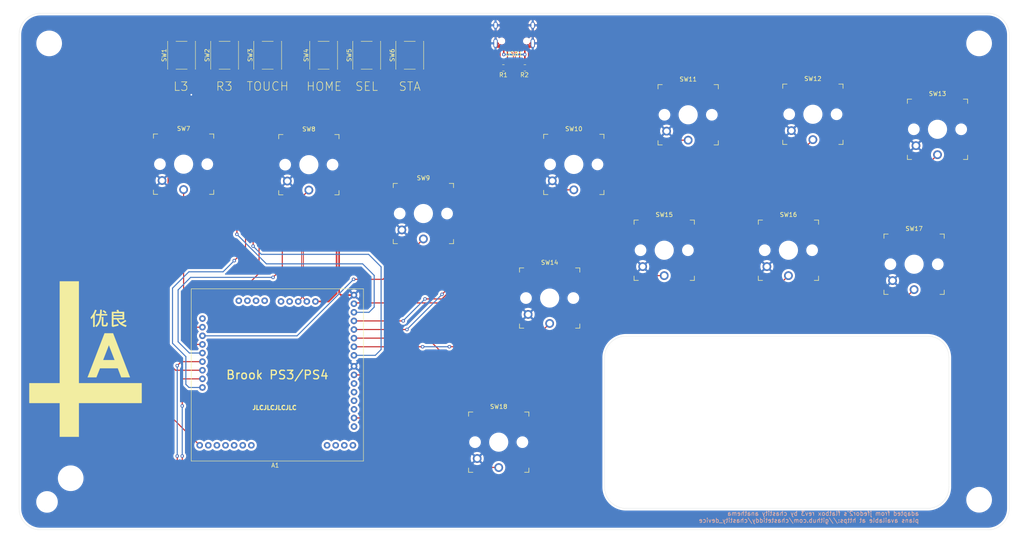
<source format=kicad_pcb>
(kicad_pcb (version 20211014) (generator pcbnew)
  (layers (0 "F.Cu" signal) (31 "B.Cu" signal) (34 "B.Paste" user) (35 "F.Paste" user) (36 "B.SilkS" user "B.Silkscreen") (37 "F.SilkS" user "F.Silkscreen") (38 "B.Mask" user) (39 "F.Mask" user) (44 "Edge.Cuts" user))
  (net 0 "")
  (net 1 "GND")
  (net 2 "+5V")
  (net 3 "D-")
  (net 4 "D+")
  (net 7 "LEFT")
  (net 8 "DOWN")
  (net 9 "RIGHT")
  (net 10 "UP")
  (net 24 "OPTIONS")
  (net 25 "L3")
  (net 26 "L1")
  (net 27 "PS_Key")
  (net 28 "R1")
  (net 29 "R3")
  (net 30 "TRIANGLE")
  (net 31 "SQUARE")
  (net 32 "CIRCLE")
  (net 33 "CROSS")
  (net 34 "SHARE")
  (net 35 "R2")
  (net 36 "L2")
  (net 37 "TPKEY")
  (net 38 "Net-(R1-Pad1)")
  (net 39 "Net-(R2-Pad1)")
  (footprint "Kailh:Kailh_LowProfile_NoHotswap" (layer "F.Cu") (at 87.32 65.17)
    (fp_text reference "SW8")
    (fp_text value "SW_Push")
  )
  (footprint "Kailh:Kailh_LowProfile_NoHotswap" (layer "F.Cu") (at 113.92 76.52)
    (fp_text reference "SW9")
    (fp_text value "SW_Push")
  )
  (footprint "Kailh:Kailh_LowProfile_NoHotswap" (layer "F.Cu") (at 131.42 129.62)
    (fp_text reference "SW18")
    (fp_text value "SW_Push")
  )
  (footprint "Kailh:Kailh_LowProfile_NoHotswap" (layer "F.Cu") (at 148.86 65.11)
    (fp_text reference "SW10")
    (fp_text value "SW_Push")
  )
  (footprint "Kailh:Kailh_LowProfile_NoHotswap" (layer "F.Cu") (at 175.42 53.58)
    (fp_text reference "SW11")
    (fp_text value "SW_Push")
  )
  (footprint "Kailh:Kailh_LowProfile_NoHotswap" (layer "F.Cu") (at 204.39 53.46)
    (fp_text reference "SW12")
    (fp_text value "SW_Push")
  )
  (footprint "Kailh:Kailh_LowProfile_NoHotswap" (layer "F.Cu") (at 233.3364 56.9504)
    (fp_text reference "SW13")
    (fp_text value "SW_Push")
  )
  (footprint "Kailh:Kailh_LowProfile_NoHotswap" (layer "F.Cu") (at 143.25 96.15)
    (fp_text reference "SW14")
    (fp_text value "SW_Push")
  )
  (footprint "Kailh:Kailh_LowProfile_NoHotswap" (layer "F.Cu") (at 169.86 85.04)
    (fp_text reference "SW15")
    (fp_text value "SW_Push")
  )
  (footprint "Kailh:Kailh_LowProfile_NoHotswap" (layer "F.Cu") (at 198.71 85.04)
    (fp_text reference "SW16")
    (fp_text value "SW_Push")
  )
  (footprint "Kailh:Kailh_LowProfile_NoHotswap" (layer "F.Cu") (at 227.8964 88.2904)
    (fp_text reference "SW17")
    (fp_text value "SW_Push")
  )
  (footprint "Chicago Screw:Chicago Screw" (layer "F.Cu") (at 27 37)
    (fp_text reference "REF**" hide)
    (fp_text value "Chicago Screw")
  )
  (footprint "Chicago Screw:Chicago Screw" (layer "F.Cu") (at 32 138)
    (fp_text reference "REF**" hide)
    (fp_text value "Chicago Screw")
  )
  (footprint "Chicago Screw:Chicago Screw" (layer "F.Cu") (at 243 143)
    (fp_text reference "REF**" hide)
    (fp_text value "Chicago Screw")
  )
  (footprint "Chicago Screw:Chicago Screw" (layer "F.Cu") (at 243 37)
    (fp_text reference "REF**" hide)
    (fp_text value "Chicago Screw")
  )
  (footprint "Kailh:Kailh_LowProfile_NoHotswap" (layer "F.Cu") (at 58.225 65.05)
    (fp_text reference "SW7")
    (fp_text value "SW_Push")
  )
  (footprint "Button_Switch_SMD:SW_Push_1P1T_NO_6x6mm_H9.5mm" (layer "F.Cu") (at 90.75 39.75 90)
    (fp_text reference "SW4")
    (fp_text value "SW_Push")
  )
  (footprint "Button_Switch_SMD:SW_Push_1P1T_NO_6x6mm_H9.5mm" (layer "F.Cu") (at 67.75 39.75 90)
    (fp_text reference "SW2")
    (fp_text value "SW_Push")
  )
  (footprint "Button_Switch_SMD:SW_Push_1P1T_NO_6x6mm_H9.5mm" (layer "F.Cu") (at 100.75 39.75 90)
    (fp_text reference "SW5")
    (fp_text value "SW_Push")
  )
  (footprint "Button_Switch_SMD:SW_Push_1P1T_NO_6x6mm_H9.5mm" (layer "F.Cu") (at 57.75 39.75 90)
    (fp_text reference "SW1")
    (fp_text value "SW_Push")
  )
  (footprint "Button_Switch_SMD:SW_Push_1P1T_NO_6x6mm_H9.5mm" (layer "F.Cu") (at 77.75 39.75 90)
    (fp_text reference "SW3")
    (fp_text value "SW_Push")
  )
  (footprint "Button_Switch_SMD:SW_Push_1P1T_NO_6x6mm_H9.5mm" (layer "F.Cu") (at 110.75 39.75 90)
    (fp_text reference "SW6")
    (fp_text value "SW_Push")
  )
  (footprint "Brook:Brook_PS3PS4_PCBA" (layer "F.Cu") (at 60 134 90)
    (fp_text reference "A1")
    (fp_text value "Brook_PS3PS4_PCBA")
  )
  (footprint "Resistor_SMD:R_0805_2012Metric" (layer "F.Cu") (at 137.5 42.68)
    (fp_text reference "R2")
    (fp_text value "5.1k")
  )
  (footprint "Type-C:HRO-TYPE-C-31-M-12-Assembly" (layer "F.Cu") (at 135 30.1968 180)
    (fp_text reference "USB1")
    (fp_text value "HRO-TYPE-C-31-M-12")
  )
  (footprint "Resistor_SMD:R_0805_2012Metric" (layer "F.Cu") (at 132.5 42.68 180)
    (fp_text reference "R1")
    (fp_text value "5.1k")
  )
  (footprint "" (layer "F.Cu") (at 46.5 143.5)
    (fp_text reference "")
    (fp_text value "")
  )
  (gr_poly (pts (xy 39.199235 99.14914) (xy 39.187452 99.398704) (xy 39.17353 99.637556) (xy 39.157468 99.865697) (xy 40.459912 99.865697) (xy 40.459912 100.191308) (xy 39.123193 100.191308) (xy 39.095077 100.437526) (xy 39.062141 100.670622) (xy 39.024385 100.890597) (xy 38.981809 101.097452) (xy 38.934413 101.291185) (xy 38.882198 101.471798) (xy 38.825162 101.63929) (xy 38.763307 101.793661) (xy 38.73017 101.867064) (xy 38.695024 101.939463) (xy 38.657871 102.010857) (xy 38.618709 102.081248) (xy 38.577539 102.150634) (xy 38.53436 102.219016) (xy 38.489174 102.286394) (xy 38.441979 102.352768) (xy 38.392776 102.418138) (xy 38.341564 102.482504) (xy 38.288344 102.545865) (xy 38.233116 102.608223) (xy 38.175879 102.669576) (xy 38.116634 102.729925) (xy 38.055381 102.789271) (xy 37.99212 102.847612) (xy 37.717919 102.607686) (xy 37.774922 102.557814) (xy 37.83025 102.506737) (xy 37.883905 102.454455) (xy 37.935887 102.400967) (xy 37.986195 102.346275) (xy 38.034829 102.290377) (xy 38.08179 102.233275) (xy 38.127077 102.174967) (xy 38.17069 102.115455) (xy 38.21263 102.054737) (xy 38.252897 101.992815) (xy 38.291489 101.929688) (xy 38.328408 101.865355) (xy 38.363654 101.799818) (xy 38.397226 101.733075) (xy 38.429124 101.665128) (xy 38.459549 101.595106) (xy 38.488703 101.522138) (xy 38.516584 101.446225) (xy 38.543194 101.367366) (xy 38.568532 101.285562) (xy 38.592598 101.200812) (xy 38.615392 101.113116) (xy 38.636914 101.022475) (xy 38.657164 100.928889) (xy 38.676143 100.832357) (xy 38.693849 100.732879) (xy 38.710284 100.630456) (xy 38.739337 100.416773) (xy 38.763303 100.191308) (xy 37.872159 100.191308) (xy 37.872159 99.865699) (xy 38.797578 99.865699) (xy 38.866128 98.888864) (xy 39.208878 98.888864)) (layer "F.SilkS") (width 0.05) (fill solid))
  (gr_poly (pts (xy 33.9 115.919427) (xy 48.471074 115.919427) (xy 48.471074 120.53) (xy 33.9 120.53) (xy 33.9 128.367765) (xy 29.467456 128.367765) (xy 29.467456 120.53) (xy 22.406001 120.53) (xy 22.406001 115.919427) (xy 29.467456 115.919427) (xy 29.467456 92.286634) (xy 33.9 92.286634)) (layer "F.SilkS") (width 0.05) (fill solid))
  (gr_poly (pts (xy 43.015259 98.899778) (xy 43.033736 98.928229) (xy 43.051677 98.957081) (xy 43.069082 98.986335) (xy 43.085952 99.015991) (xy 43.102287 99.046049) (xy 43.118086 99.076508) (xy 43.133349 99.107368) (xy 43.148077 99.138631) (xy 43.162269 99.170295) (xy 43.175925 99.202361) (xy 43.189046 99.234828) (xy 43.201631 99.267697) (xy 43.213681 99.300968) (xy 43.225194 99.334641) (xy 43.236173 99.368715) (xy 44.401517 99.368715) (xy 44.401517 101.116731) (xy 43.081933 101.116731) (xy 43.104091 101.167742) (xy 43.127722 101.217949) (xy 43.152826 101.267354) (xy 43.179402 101.315954) (xy 43.207451 101.363752) (xy 43.236973 101.410746) (xy 43.267968 101.456936) (xy 43.300435 101.502324) (xy 43.334376 101.546908) (xy 43.369789 101.590688) (xy 43.406674 101.633666) (xy 43.445033 101.67584) (xy 43.484864 101.71721) (xy 43.526168 101.757778) (xy 43.568945 101.797542) (xy 43.613194 101.836503) (xy 43.756989 101.778398) (xy 43.82748 101.747537) (xy 43.897034 101.715472) (xy 43.965651 101.682201) (xy 44.033331 101.647725) (xy 44.100073 101.612045) (xy 44.165878 101.575159) (xy 44.230746 101.537068) (xy 44.294677 101.497773) (xy 44.35767 101.457272) (xy 44.419726 101.415567) (xy 44.480845 101.372656) (xy 44.541026 101.328541) (xy 44.600271 101.283221) (xy 44.658578 101.236696) (xy 44.898503 101.510892) (xy 44.778274 101.594438) (xy 44.657509 101.673699) (xy 44.536209 101.748675) (xy 44.414372 101.819368) (xy 44.292 101.885775) (xy 44.169093 101.947898) (xy 44.045649 102.005737) (xy 43.92167 102.059291) (xy 43.976028 102.093098) (xy 44.031993 102.125967) (xy 44.089564 102.157899) (xy 44.148741 102.188893) (xy 44.209526 102.218951) (xy 44.271917 102.248071) (xy 44.335914 102.276254) (xy 44.401518 102.3035) (xy 44.468729 102.329808) (xy 44.537546 102.35518) (xy 44.60797 102.379614) (xy 44.680001 102.40311) (xy 44.753638 102.42567) (xy 44.828882 102.447293) (xy 44.905732 102.467978) (xy 44.984189 102.487726) (xy 44.795678 102.847612) (xy 44.60884 102.788635) (xy 44.429634 102.723098) (xy 44.258059 102.651) (xy 44.094115 102.572342) (xy 43.937803 102.487124) (xy 43.789122 102.395345) (xy 43.648073 102.297005) (xy 43.514655 102.192105) (xy 43.388869 102.080645) (xy 43.270714 101.962625) (xy 43.160191 101.838043) (xy 43.057299 101.706902) (xy 42.962039 101.5692) (xy 42.87441 101.424937) (xy 42.794413 101.274114) (xy 42.722047 101.116731) (xy 41.933728 101.116731) (xy 41.933728 102.436313) (xy 42.240059 102.375261) (xy 42.385192 102.343931) (xy 42.524969 102.312066) (xy 42.659391 102.279666) (xy 42.788457 102.24673) (xy 42.912167 102.213259) (xy 43.030522 102.179252) (xy 43.099072 102.522001) (xy 42.950458 102.564577) (xy 42.795953 102.606617) (xy 42.635557 102.648122) (xy 42.46927 102.689091) (xy 42.297092 102.729524) (xy 42.119023 102.769422) (xy 41.935064 102.808785) (xy 41.745213 102.847612) (xy 41.573842 102.676237) (xy 41.573842 100.79112) (xy 41.933728 100.79112) (xy 44.041634 100.79112) (xy 44.041634 100.396959) (xy 41.933728 100.396959) (xy 41.933728 100.79112) (xy 41.573842 100.79112) (xy 41.573842 100.088487) (xy 41.933728 100.088487) (xy 44.041634 100.088487) (xy 44.041634 99.694326) (xy 41.933728 99.694326) (xy 41.933728 100.088487) (xy 41.573842 100.088487) (xy 41.573842 99.368715) (xy 42.842011 99.368715) (xy 42.820055 99.317838) (xy 42.797028 99.268032) (xy 42.772929 99.219297) (xy 42.747758 99.171633) (xy 42.721517 99.125041) (xy 42.694204 99.079519) (xy 42.66582 99.035068) (xy 42.636365 98.991689) (xy 42.996247 98.871728)) (layer "F.SilkS") (width 0.05) (fill solid))
  (gr_poly (pts (xy 38.009255 98.991689) (xy 37.961056 99.115668) (xy 37.910715 99.239111) (xy 37.858232 99.362018) (xy 37.803607 99.48439) (xy 37.74684 99.606227) (xy 37.68793 99.727527) (xy 37.626878 99.848293) (xy 37.563683 99.968522) (xy 37.563683 102.830474) (xy 37.220937 102.830474) (xy 37.220937 100.516923) (xy 37.169256 100.584937) (xy 37.11704 100.65188) (xy 37.064288 100.717752) (xy 37.011001 100.782553) (xy 36.957178 100.846283) (xy 36.90282 100.908942) (xy 36.847926 100.970529) (xy 36.792497 101.031045) (xy 36.621125 100.688297) (xy 36.711565 100.580853) (xy 36.798658 100.47274) (xy 36.882404 100.363957) (xy 36.962802 100.254505) (xy 37.039853 100.144383) (xy 37.113558 100.033592) (xy 37.183915 99.922132) (xy 37.250925 99.810002) (xy 37.314588 99.697203) (xy 37.374904 99.583735) (xy 37.431872 99.469597) (xy 37.485494 99.35479) (xy 37.535768 99.239313) (xy 37.582695 99.123167) (xy 37.626276 99.006351) (xy 37.666509 98.888866) (xy 37.666509 98.888864)) (layer "F.SilkS") (width 0.05) (fill solid))
  (gr_poly (pts (xy 39.752186 99.043905) (xy 39.831179 99.097727) (xy 39.908565 99.153156) (xy 39.984345 99.210192) (xy 40.058518 99.268834) (xy 40.131084 99.329083) (xy 40.202044 99.390938) (xy 40.271398 99.4544) (xy 40.048612 99.728599) (xy 39.975509 99.653087) (xy 39.901872 99.580789) (xy 39.827699 99.511704) (xy 39.75299 99.445831) (xy 39.677746 99.383172) (xy 39.601966 99.323727) (xy 39.525651 99.267494) (xy 39.4488 99.214475) (xy 39.671586 98.991689)) (layer "F.SilkS") (width 0.05) (fill solid))
  (gr_poly (pts (xy 45.762093 114.544134) (xy 43.745305 114.544134) (xy 42.948289 112.444173) (xy 38.789956 112.444173) (xy 37.958291 114.544134) (xy 35.941499 114.544134) (xy 37.480224 110.552133) (xy 39.510734 110.552133) (xy 42.220582 110.552133) (xy 40.869124 107.052204) (xy 39.510734 110.552133) (xy 37.480224 110.552133) (xy 39.871125 104.349288) (xy 41.839402 104.349288)) (layer "F.SilkS") (width 0.05) (fill solid))
  (gr_poly (pts (xy 39.5859 102.26494) (xy 39.586068 102.275416) (xy 39.58657 102.285424) (xy 39.587407 102.294964) (xy 39.588578 102.304035) (xy 39.590084 102.312637) (xy 39.591925 102.32077) (xy 39.594101 102.328435) (xy 39.596611 102.335632) (xy 39.599457 102.342359) (xy 39.602636 102.348618) (xy 39.606151 102.354409) (xy 39.61 102.359731) (xy 39.614184 102.364584) (xy 39.618702 102.368969) (xy 39.623555 102.372885) (xy 39.628743 102.376333) (xy 39.634868 102.379446) (xy 39.642533 102.382358) (xy 39.651737 102.385069) (xy 39.662482 102.387579) (xy 39.674766 102.389889) (xy 39.688589 102.391998) (xy 39.703953 102.393906) (xy 39.720856 102.395613) (xy 39.739299 102.397119) (xy 39.759282 102.398425) (xy 39.780804 102.399529) (xy 39.803866 102.400433) (xy 39.854609 102.401638) (xy 39.911511 102.40204) (xy 39.940833 102.401638) (xy 39.968815 102.400433) (xy 39.995458 102.398425) (xy 40.020763 102.395613) (xy 40.044729 102.391998) (xy 40.067356 102.38758) (xy 40.088644 102.382359) (xy 40.108593 102.376334) (xy 40.127203 102.369505) (xy 40.144475 102.361874) (xy 40.160407 102.353439) (xy 40.175001 102.344201) (xy 40.188256 102.334159) (xy 40.200172 102.323314) (xy 40.210749 102.311666) (xy 40.219987 102.299215) (xy 40.228355 102.28529) (xy 40.236321 102.269224) (xy 40.243885 102.251015) (xy 40.251048 102.230665) (xy 40.257809 102.208172) (xy 40.264169 102.183537) (xy 40.270127 102.156759) (xy 40.275683 102.12784) (xy 40.280837 102.096778) (xy 40.28559 102.063575) (xy 40.289941 102.028229) (xy 40.293891 101.990741) (xy 40.297439 101.951111) (xy 40.300585 101.909339) (xy 40.30333 101.865424) (xy 40.305673 101.819368) (xy 40.631284 101.956468) (xy 40.61321 102.08299) (xy 40.593262 102.196927) (xy 40.571438 102.298278) (xy 40.559823 102.344235) (xy 40.54774 102.387045) (xy 40.535188 102.426708) (xy 40.522167 102.463226) (xy 40.508678 102.496597) (xy 40.49472 102.526822) (xy 40.480293 102.5539) (xy 40.465398 102.577833) (xy 40.450034 102.598618) (xy 40.434201 102.616258) (xy 40.425909 102.624166) (xy 40.417097 102.631822) (xy 40.397919 102.646383) (xy 40.376664 102.659939) (xy 40.353335 102.672491) (xy 40.32793 102.684039) (xy 40.30045 102.694582) (xy 40.270895 102.704122) (xy 40.239265 102.712657) (xy 40.205559 102.720188) (xy 40.169778 102.726715) (xy 40.131922 102.732238) (xy 40.09199 102.736757) (xy 40.049984 102.740272) (xy 40.005901 102.742782) (xy 39.959744 102.744288) (xy 39.911511 102.74479) (xy 39.809222 102.743318) (xy 39.716573 102.7389) (xy 39.673863 102.735586) (xy 39.633563 102.731536) (xy 39.595674 102.726749) (xy 39.560194 102.721227) (xy 39.527124 102.714967) (xy 39.496464 102.707972) (xy 39.468215 102.70024) (xy 39.442375 102.691771) (xy 39.418945 102.682566) (xy 39.397925 102.672625) (xy 39.379315 102.661947) (xy 39.363114 102.650533) (xy 39.355734 102.644517) (xy 39.348588 102.638249) (xy 39.341676 102.631731) (xy 39.334998 102.624961) (xy 39.328555 102.617941) (xy 39.322346 102.610669) (xy 39.316371 102.603146) (xy 39.310631 102.595373) (xy 39.299853 102.579072) (xy 39.290013 102.561767) (xy 39.281109 102.543458) (xy 39.273143 102.524145) (xy 39.266114 102.503828) (xy 39.260023 102.482507) (xy 39.254868 102.460181) (xy 39.250651 102.436851) (xy 39.247371 102.412518) (xy 39.245028 102.38718) (xy 39.243622 102.360838) (xy 39.243153 102.333492) (xy 39.243153 100.568334) (xy 39.5859 100.568334)) (layer "F.SilkS") (width 0.05) (fill solid))
  (gr_line (start 25 30) (end 245 30) (layer "Edge.Cuts") (width 0.05))
  (gr_line (start 250 35) (end 250 145) (layer "Edge.Cuts") (width 0.05))
  (gr_line (start 245 150) (end 25 150) (layer "Edge.Cuts") (width 0.05))
  (gr_line (start 20 145) (end 20 35) (layer "Edge.Cuts") (width 0.05))
  (gr_arc (start 20 35) (mid 21.464466 31.464466) (end 25 30) (layer "Edge.Cuts") (width 0.05))
  (gr_arc (start 250 145) (mid 248.535534 148.535534) (end 245 150) (layer "Edge.Cuts") (width 0.05))
  (gr_line (start 161 105) (end 231 105) (layer "Edge.Cuts") (width 0.05))
  (gr_line (start 231 145) (end 161 145) (layer "Edge.Cuts") (width 0.05))
  (gr_line (start 236 110) (end 236 140) (layer "Edge.Cuts") (width 0.05))
  (gr_arc (start 245 30) (mid 248.535534 31.464466) (end 250 35) (layer "Edge.Cuts") (width 0.05))
  (gr_arc (start 231 105) (mid 234.535534 106.464466) (end 236 110) (layer "Edge.Cuts") (width 0.05))
  (gr_arc (start 236 140) (mid 234.535534 143.535534) (end 231 145) (layer "Edge.Cuts") (width 0.05))
  (gr_arc (start 156 110) (mid 157.464466 106.464466) (end 161 105) (layer "Edge.Cuts") (width 0.05))
  (gr_arc (start 25 150) (mid 21.464466 148.535534) (end 20 145) (layer "Edge.Cuts") (width 0.05))
  (gr_line (start 156 140) (end 156 110) (layer "Edge.Cuts") (width 0.05))
  (gr_arc (start 161 145) (mid 157.464466 143.535534) (end 156 140) (layer "Edge.Cuts") (width 0.05))
  (gr_text "adapted from jfedor2's flatbox rev3 by chastity anathema\nplans available at https://github.com/chastetiddy/chastity_device" (at 229.1 147) (layer "B.SilkS") (effects (font (size 1 1)) (justify left mirror)))
  (gr_text "JLCJLCJLCJLC" (at 79.339999 121.620001) (layer "F.SilkS") (effects (font (size 0.9906 0.9906) (thickness 0.24765))))
  (gr_text "HOME" (at 90.86 47) (layer "F.SilkS") (effects (font (size 2 2))))
  (gr_text "R3" (at 67.67 47) (layer "F.SilkS") (effects (font (size 2 2))))
  (gr_text "SEL" (at 100.75 47) (layer "F.SilkS") (effects (font (size 2 2))))
  (gr_text "STA" (at 110.75 47) (layer "F.SilkS") (effects (font (size 2 2))))
  (gr_text "TOUCH" (at 77.75 46.97) (layer "F.SilkS") (effects (font (size 2 2))))
  (gr_text "L3" (at 57.59 47) (layer "F.SilkS") (effects (font (size 2 2))))
  (segment (start 70 35.775) (end 70 43.725) (width 0.381) (layer "F.Cu") (net 1))
  (segment (start 60 48.91) (end 60.02 48.93) (width 0.381) (layer "F.Cu") (net 1))
  (segment (start 132.289449 50.320551) (end 138.4125 44.1975) (width 0.381) (layer "F.Cu") (net 1))
  (segment (start 131.6825 42.6175) (end 131.6825 38) (width 0.381) (layer "F.Cu") (net 1))
  (segment (start 104.88 33.89) (end 111.17 33.89) (width 0.381) (layer "F.Cu") (net 1))
  (segment (start 131.8075 37.875) (end 131.6275 37.875) (width 0.381) (layer "F.Cu") (net 1))
  (segment (start 60 43.725) (end 60 48.91) (width 0.381) (layer "F.Cu") (net 1))
  (segment (start 60.02 35.7) (end 60.02 43.83) (width 0.381) (layer "F.Cu") (net 1))
  (segment (start 138.4375 37.875) (end 138.3825 37.875) (width 0.381) (layer "F.Cu") (net 1))
  (segment (start 81.8 33.94) (end 91.22 33.94) (width 0.381) (layer "F.Cu") (net 1))
  (segment (start 91.22 33.94) (end 93 35.72) (width 0.381) (layer "F.Cu") (net 1))
  (segment (start 131.6825 38) (end 131.8075 37.875) (width 0.381) (layer "F.Cu") (net 1))
  (segment (start 122.650429 50.320551) (end 132.289449 50.320551) (width 0.381) (layer "F.Cu") (net 1))
  (segment (start 68.7 34.4) (end 70 35.7) (width 0.381) (layer "F.Cu") (net 1))
  (segment (start 80 35.775) (end 80 43.725) (width 0.381) (layer "F.Cu") (net 1))
  (segment (start 94.79 33.93) (end 101.155 33.93) (width 0.381) (layer "F.Cu") (net 1))
  (segment (start 131.62 42.68) (end 131.6825 42.6175) (width 0.381) (layer "F.Cu") (net 1))
  (segment (start 103 35.77) (end 104.88 33.89) (width 0.381) (layer "F.Cu") (net 1))
  (segment (start 78.295 45.43) (end 80 43.725) (width 0.381) (layer "F.Cu") (net 1))
  (segment (start 93 35.775) (end 93 35.72) (width 0.381) (layer "F.Cu") (net 1))
  (segment (start 94.78 95.46) (end 97.79 95.46) (width 0.381) (layer "F.Cu") (net 1))
  (segment (start 94.34052 78.63046) (end 122.650429 50.320551) (width 0.381) (layer "F.Cu") (net 1))
  (segment (start 94.78 95.46) (end 94.34052 95.02052) (width 0.381) (layer "F.Cu") (net 1))
  (segment (start 111.17 33.89) (end 113.05 35.77) (width 0.381) (layer "F.Cu") (net 1))
  (segment (start 71.705 45.43) (end 78.295 45.43) (width 0.381) (layer "F.Cu") (net 1))
  (segment (start 138.4125 44.1975) (end 138.4125 42.68) (width 0.381) (layer "F.Cu") (net 1))
  (segment (start 138.3825 42.6175) (end 138.445 42.68) (width 0.381) (layer "F.Cu") (net 1))
  (segment (start 113 35.775) (end 113 43.725) (width 0.381) (layer "F.Cu") (net 1))
  (segment (start 131.6275 37.875) (end 130.7125 36.96) (width 0.381) (layer "F.Cu") (net 1))
  (segment (start 139.3525 36.96) (end 138.4375 37.875) (width 0.381) (layer "F.Cu") (net 1))
  (segment (start 70 43.725) (end 71.705 45.43) (width 0.381) (layer "F.Cu") (net 1))
  (segment (start 80 35.74) (end 81.8 33.94) (width 0.381) (layer "F.Cu") (net 1))
  (segment (start 61.3 34.4) (end 68.7 34.4) (width 0.381) (layer "F.Cu") (net 1))
  (segment (start 60.02 35.68) (end 61.3 34.4) (width 0.381) (layer "F.Cu") (net 1))
  (segment (start 103 43.725) (end 103 35.775) (width 0.381) (layer "F.Cu") (net 1))
  (segment (start 94.34052 95.02052) (end 94.34052 78.63046) (width 0.381) (layer "F.Cu") (net 1))
  (segment (start 93 35.72) (end 94.79 33.93) (width 0.381) (layer "F.Cu") (net 1))
  (segment (start 138.3825 37.875) (end 138.3825 42.6175) (width 0.381) (layer "F.Cu") (net 1))
  (segment (start 93 35.775) (end 93 43.725) (width 0.381) (layer "F.Cu") (net 1))
  (segment (start 101.155 33.93) (end 103 35.775) (width 0.381) (layer "F.Cu") (net 1))
  (via (at 60.02 48.93) (size 0.8) (drill 0.4) (layers "F.Cu" "B.Cu") (net 1))
  (segment (start 88.85 96.94) (end 91.91 96.94) (width 0.381) (layer "F.Cu") (net 2))
  (segment (start 122.409969 49.740031) (end 132.048989 49.740031) (width 0.381) (layer "F.Cu") (net 2))
  (segment (start 137.4825 39.5645) (end 137.467 39.58) (width 0.381) (layer "F.Cu") (net 2))
  (segment (start 93.76 95.09) (end 93.76 78.39) (width 0.381) (layer "F.Cu") (net 2))
  (segment (start 93.76 78.39) (end 122.409969 49.740031) (width 0.381) (layer "F.Cu") (net 2))
  (segment (start 132.048989 49.740031) (end 137.49002 44.299) (width 0.381) (layer "F.Cu") (net 2))
  (segment (start 137.4825 37.875) (end 137.4825 39.5645) (width 0.381) (layer "F.Cu") (net 2))
  (segment (start 132.5825 39.58) (end 132.5825 37.875) (width 0.381) (layer "F.Cu") (net 2))
  (segment (start 91.91 96.94) (end 93.76 95.09) (width 0.381) (layer "F.Cu") (net 2))
  (segment (start 137.49002 44.299) (end 137.49002 39.60302) (width 0.381) (layer "F.Cu") (net 2))
  (segment (start 137.49002 39.60302) (end 137.467 39.58) (width 0.381) (layer "F.Cu") (net 2))
  (via (at 132.5825 39.58) (size 0.8) (drill 0.4) (layers "F.Cu" "B.Cu") (net 2))
  (via (at 137.467 39.58) (size 0.8) (drill 0.4) (layers "F.Cu" "B.Cu") (net 2))
  (segment (start 137.467 39.58) (end 132.5825 39.58) (width 0.381) (layer "B.Cu") (net 2))
  (segment (start 135.7825 38.790002) (end 135.7825 37.875) (width 0.2) (layer "F.Cu") (net 3))
  (segment (start 128.897134 49.250011) (end 135.27 42.877145) (width 0.2) (layer "F.Cu") (net 3))
  (segment (start 135.2325 39.28) (end 135.292502 39.28) (width 0.2) (layer "F.Cu") (net 3))
  (segment (start 121.049989 49.250011) (end 128.897134 49.250011) (width 0.2) (layer "F.Cu") (net 3))
  (segment (start 86.85 96.94) (end 86.05 96.14) (width 0.2) (layer "F.Cu") (net 3))
  (segment (start 135.27 42.877145) (end 135.27 39.25) (width 0.2) (layer "F.Cu") (net 3))
  (segment (start 86.05 96.14) (end 86.05 84.25) (width 0.2) (layer "F.Cu") (net 3))
  (segment (start 135.292502 39.28) (end 135.7825 38.790002) (width 0.2) (layer "F.Cu") (net 3))
  (segment (start 134.7825 37.875) (end 134.7825 38.83) (width 0.2) (layer "F.Cu") (net 3))
  (segment (start 134.7825 38.83) (end 135.2325 39.28) (width 0.2) (layer "F.Cu") (net 3))
  (segment (start 86.05 84.25) (end 121.049989 49.250011) (width 0.2) (layer "F.Cu") (net 3))
  (segment (start 135.0325 36.68) (end 135.2825 36.93) (width 0.2) (layer "F.Cu") (net 4))
  (segment (start 85.65048 96.13952) (end 84.85 96.94) (width 0.2) (layer "F.Cu") (net 4))
  (segment (start 134.2825 37.875) (end 134.2825 36.95) (width 0.2) (layer "F.Cu") (net 4))
  (segment (start 134.82 42.762139) (end 128.732139 48.85) (width 0.2) (layer "F.Cu") (net 4))
  (segment (start 120.8843 48.85) (end 85.65048 84.08382) (width 0.2) (layer "F.Cu") (net 4))
  (segment (start 134.2825 36.95) (end 134.5525 36.68) (width 0.2) (layer "F.Cu") (net 4))
  (segment (start 134.2825 38.93) (end 134.8325 39.48) (width 0.2) (layer "F.Cu") (net 4))
  (segment (start 134.5525 36.68) (end 135.0325 36.68) (width 0.2) (layer "F.Cu") (net 4))
  (segment (start 128.732139 48.85) (end 120.8843 48.85) (width 0.2) (layer "F.Cu") (net 4))
  (segment (start 85.65048 84.08382) (end 85.65048 96.13952) (width 0.2) (layer "F.Cu") (net 4))
  (segment (start 135.2825 36.93) (end 135.2825 37.875) (width 0.2) (layer "F.Cu") (net 4))
  (segment (start 134.2825 37.875) (end 134.2825 38.93) (width 0.2) (layer "F.Cu") (net 4))
  (segment (start 134.82 39.45) (end 134.82 42.762139) (width 0.2) (layer "F.Cu") (net 4))
  (segment (start 58.225 70.95) (end 58.225 105.725) (width 0.254) (layer "F.Cu") (net 7))
  (segment (start 59.42 106.92) (end 62.6 106.92) (width 0.254) (layer "F.Cu") (net 7))
  (segment (start 58.225 105.725) (end 59.42 106.92) (width 0.254) (layer "F.Cu") (net 7))
  (segment (start 81.15 89.2) (end 79 91.35) (width 0.254) (layer "F.Cu") (net 8))
  (segment (start 81.15 77.24) (end 81.15 89.2) (width 0.254) (layer "F.Cu") (net 8))
  (segment (start 87.32 71.07) (end 81.15 77.24) (width 0.254) (layer "F.Cu") (net 8))
  (via (at 79 91.35) (size 0.8) (drill 0.4) (layers "F.Cu" "B.Cu") (net 8))
  (segment (start 59.85 91.35) (end 79 91.35) (width 0.254) (layer "B.Cu") (net 8))
  (segment (start 56.95 94.25) (end 59.85 91.35) (width 0.254) (layer "B.Cu") (net 8))
  (segment (start 62.6 108.92) (end 59.57 108.92) (width 0.254) (layer "B.Cu") (net 8))
  (segment (start 56.95 106.3) (end 56.95 94.25) (width 0.254) (layer "B.Cu") (net 8))
  (segment (start 59.57 108.92) (end 56.95 106.3) (width 0.254) (layer "B.Cu") (net 8))
  (segment (start 104.54 91.8) (end 97.700002 91.8) (width 0.254) (layer "F.Cu") (net 9))
  (segment (start 113.92 82.42) (end 104.54 91.8) (width 0.254) (layer "F.Cu") (net 9))
  (via (at 97.700002 91.8) (size 0.8) (drill 0.4) (layers "F.Cu" "B.Cu") (net 9))
  (segment (start 62.6 104.92) (end 84.580002 104.92) (width 0.254) (layer "B.Cu") (net 9))
  (segment (start 84.580002 104.92) (end 97.700002 91.8) (width 0.254) (layer "B.Cu") (net 9))
  (segment (start 56.75 134.55) (end 56.75 132.849998) (width 0.254) (layer "F.Cu") (net 10))
  (segment (start 131.42 135.52) (end 131.3836 135.4836) (width 0.254) (layer "F.Cu") (net 10))
  (segment (start 62.6 110.92) (end 57.68 110.92) (width 0.254) (layer "F.Cu") (net 10))
  (segment (start 57.6836 135.4836) (end 56.75 134.55) (width 0.254) (layer "F.Cu") (net 10))
  (segment (start 57.68 110.92) (end 56.75 111.85) (width 0.254) (layer "F.Cu") (net 10))
  (segment (start 131.3836 135.4836) (end 57.6836 135.4836) (width 0.254) (layer "F.Cu") (net 10))
  (via (at 56.75 111.85) (size 0.8) (drill 0.4) (layers "F.Cu" "B.Cu") (net 10))
  (via (at 56.75 132.849998) (size 0.8) (drill 0.4) (layers "F.Cu" "B.Cu") (net 10))
  (segment (start 56.75 111.85) (end 56.75 132.849998) (width 0.254) (layer "B.Cu") (net 10))
  (segment (start 108.5 43.725) (end 100.075 52.15) (width 0.254) (layer "F.Cu") (net 24))
  (segment (start 75.753489 90.386511) (end 73.68 92.46) (width 0.254) (layer "F.Cu") (net 24))
  (segment (start 59 94.19) (end 59 102.3) (width 0.254) (layer "F.Cu") (net 24))
  (segment (start 60.73 92.46) (end 59 94.19) (width 0.254) (layer "F.Cu") (net 24))
  (segment (start 73.68 92.46) (end 60.73 92.46) (width 0.254) (layer "F.Cu") (net 24))
  (segment (start 59.62 102.92) (end 62.6 102.92) (width 0.254) (layer "F.Cu") (net 24))
  (segment (start 82.45 52.15) (end 75.753489 58.846511) (width 0.254) (layer "F.Cu") (net 24))
  (segment (start 108.5 43.39) (end 108.5 35.83) (width 0.254) (layer "F.Cu") (net 24))
  (segment (start 75.753489 58.846511) (end 75.753489 90.386511) (width 0.254) (layer "F.Cu") (net 24))
  (segment (start 59 102.3) (end 59.62 102.92) (width 0.254) (layer "F.Cu") (net 24))
  (segment (start 100.075 52.15) (end 82.45 52.15) (width 0.254) (layer "F.Cu") (net 24))
  (segment (start 54.61 111.14) (end 56.39 112.92) (width 0.254) (layer "F.Cu") (net 25))
  (segment (start 56.39 112.92) (end 62.6 112.92) (width 0.254) (layer "F.Cu") (net 25))
  (segment (start 55.5 43.72) (end 55.5 35.77) (width 0.254) (layer "F.Cu") (net 25))
  (segment (start 54.61 44.615) (end 54.61 111.14) (width 0.254) (layer "F.Cu") (net 25))
  (segment (start 55.5 43.725) (end 54.61 44.615) (width 0.254) (layer "F.Cu") (net 25))
  (segment (start 230.99 93.86) (end 230.99 65.1968) (width 0.254) (layer "F.Cu") (net 26))
  (segment (start 57.912 114.988) (end 57.98 114.92) (width 0.254) (layer "F.Cu") (net 26))
  (segment (start 120.194974 112.45) (end 123.34 112.45) (width 0.254) (layer "F.Cu") (net 26))
  (segment (start 57.912 134.142) (end 58.5932 134.8232) (width 0.254) (layer "F.Cu") (net 26))
  (segment (start 100.69 134.53) (end 100.69 125.65) (width 0.254) (layer "F.Cu") (net 26))
  (segment (start 100.69 125.65) (end 101.88648 124.45352) (width 0.254) (layer "F.Cu") (net 26))
  (segment (start 108.191454 124.45352) (end 120.194974 112.45) (width 0.254) (layer "F.Cu") (net 26))
  (segment (start 123.3612 112.4712) (end 145.5928 112.4712) (width 0.254) (layer "F.Cu") (net 26))
  (segment (start 57.912 132.842) (end 57.912 134.142) (width 0.254) (layer "F.Cu") (net 26))
  (segment (start 145.5928 112.4712) (end 160.4772 97.5868) (width 0.254) (layer "F.Cu") (net 26))
  (segment (start 57.98 114.92) (end 62.6 114.92) (width 0.254) (layer "F.Cu") (net 26))
  (segment (start 101.88648 124.45352) (end 108.191454 124.45352) (width 0.254) (layer "F.Cu") (net 26))
  (segment (start 160.4772 97.5868) (end 227.2632 97.5868) (width 0.254) (layer "F.Cu") (net 26))
  (segment (start 230.99 65.1968) (end 233.3364 62.8504) (width 0.254) (layer "F.Cu") (net 26))
  (segment (start 100.3968 134.8232) (end 100.69 134.53) (width 0.254) (layer "F.Cu") (net 26))
  (segment (start 227.2632 97.5868) (end 230.99 93.86) (width 0.254) (layer "F.Cu") (net 26))
  (segment (start 58.5932 134.8232) (end 100.3968 134.8232) (width 0.254) (layer "F.Cu") (net 26))
  (segment (start 123.34 112.45) (end 123.3612 112.4712) (width 0.254) (layer "F.Cu") (net 26))
  (segment (start 57.912 121.2088) (end 57.912 114.988) (width 0.254) (layer "F.Cu") (net 26))
  (via (at 57.912 132.842) (size 0.8) (drill 0.4) (layers "F.Cu" "B.Cu") (net 26))
  (via (at 57.912 121.2088) (size 0.8) (drill 0.4) (layers "F.Cu" "B.Cu") (net 26))
  (segment (start 57.912 132.842) (end 57.912 121.2088) (width 0.254) (layer "B.Cu") (net 26))
  (segment (start 72.61 84.84) (end 72.61 59.718626) (width 0.254) (layer "F.Cu") (net 27))
  (segment (start 81.602146 50.72648) (end 81.69352 50.72648) (width 0.254) (layer "F.Cu") (net 27))
  (segment (start 72.61 59.718626) (end 81.602146 50.72648) (width 0.254) (layer "F.Cu") (net 27))
  (segment (start 88.5 43.92) (end 88.5 43.725) (width 0.254) (layer "F.Cu") (net 27))
  (segment (start 88.5 43.59) (end 88.5 35.86) (width 0.254) (layer "F.Cu") (net 27))
  (segment (start 81.69352 50.72648) (end 88.5 43.92) (width 0.254) (layer "F.Cu") (net 27))
  (segment (start 70 87.45) (end 72.61 84.84) (width 0.254) (layer "F.Cu") (net 27))
  (via (at 70 87.45) (size 0.8) (drill 0.4) (layers "F.Cu" "B.Cu") (net 27))
  (segment (start 58.75 116.2) (end 59.47 116.92) (width 0.254) (layer "B.Cu") (net 27))
  (segment (start 58.75 109.75) (end 58.75 116.2) (width 0.254) (layer "B.Cu") (net 27))
  (segment (start 67.4 90.05) (end 59.45 90.05) (width 0.254) (layer "B.Cu") (net 27))
  (segment (start 55.65 93.85) (end 55.65 106.65) (width 0.254) (layer "B.Cu") (net 27))
  (segment (start 55.65 106.65) (end 58.75 109.75) (width 0.254) (layer "B.Cu") (net 27))
  (segment (start 59.47 116.92) (end 62.6 116.92) (width 0.254) (layer "B.Cu") (net 27))
  (segment (start 70 87.45) (end 67.4 90.05) (width 0.254) (layer "B.Cu") (net 27))
  (segment (start 59.45 90.05) (end 55.65 93.85) (width 0.254) (layer "B.Cu") (net 27))
  (segment (start 118.395774 97.282) (end 140.487774 75.19) (width 0.254) (layer "F.Cu") (net 28))
  (segment (start 97.968 97.282) (end 118.395774 97.282) (width 0.254) (layer "F.Cu") (net 28))
  (segment (start 140.487774 75.19) (end 155.05 75.19) (width 0.254) (layer "F.Cu") (net 28))
  (segment (start 155.05 75.19) (end 168.59 61.65) (width 0.254) (layer "F.Cu") (net 28))
  (segment (start 168.59 61.65) (end 202.1 61.65) (width 0.254) (layer "F.Cu") (net 28))
  (segment (start 202.1 61.65) (end 204.39 59.36) (width 0.254) (layer "F.Cu") (net 28))
  (segment (start 97.79 97.46) (end 97.968 97.282) (width 0.254) (layer "F.Cu") (net 28))
  (segment (start 65.5 43.52) (end 65.5 35.69) (width 0.254) (layer "F.Cu") (net 29))
  (segment (start 70.61 48.835) (end 70.61 81.34) (width 0.254) (layer "F.Cu") (net 29))
  (segment (start 65.5 43.725) (end 70.61 48.835) (width 0.254) (layer "F.Cu") (net 29))
  (segment (start 70.61 81.34) (end 70.6 81.35) (width 0.254) (layer "F.Cu") (net 29))
  (via (at 70.6 81.35) (size 0.8) (drill 0.4) (layers "F.Cu" "B.Cu") (net 29))
  (segment (start 102.5 90.9) (end 99.8 88.2) (width 0.254) (layer "B.Cu") (net 29))
  (segment (start 101.29 99.46) (end 102.5 98.25) (width 0.254) (layer "B.Cu") (net 29))
  (segment (start 99.8 88.2) (end 77.45 88.2) (width 0.254) (layer "B.Cu") (net 29))
  (segment (start 102.5 98.25) (end 102.5 90.9) (width 0.254) (layer "B.Cu") (net 29))
  (segment (start 77.45 88.2) (end 70.6 81.35) (width 0.254) (layer "B.Cu") (net 29))
  (segment (start 97.79 99.46) (end 101.29 99.46) (width 0.254) (layer "B.Cu") (net 29))
  (segment (start 140.2088 74.3712) (end 154.9988 74.3712) (width 0.254) (layer "F.Cu") (net 30))
  (segment (start 97.79 101.46) (end 109.240002 101.46) (width 0.254) (layer "F.Cu") (net 30))
  (segment (start 118.23 96.35) (end 140.2088 74.3712) (width 0.254) (layer "F.Cu") (net 30))
  (segment (start 169.89 59.48) (end 175.42 59.48) (width 0.254) (layer "F.Cu") (net 30))
  (segment (start 114.3 96.35) (end 118.23 96.35) (width 0.254) (layer "F.Cu") (net 30))
  (segment (start 154.9988 74.3712) (end 169.89 59.48) (width 0.254) (layer "F.Cu") (net 30))
  (via (at 109.240002 101.46) (size 0.8) (drill 0.4) (layers "F.Cu" "B.Cu") (net 30))
  (via (at 114.3 96.35) (size 0.8) (drill 0.4) (layers "F.Cu" "B.Cu") (net 30))
  (segment (start 114.3 96.35) (end 109.240002 101.409998) (width 0.254) (layer "B.Cu") (net 30))
  (segment (start 109.240002 101.409998) (end 109.240002 101.46) (width 0.254) (layer "B.Cu") (net 30))
  (segment (start 142.54 71.01) (end 148.86 71.01) (width 0.254) (layer "F.Cu") (net 31))
  (segment (start 118.25 95.3) (end 142.54 71.01) (width 0.254) (layer "F.Cu") (net 31))
  (segment (start 110.089996 103.46) (end 110.099996 103.45) (width 0.254) (layer "F.Cu") (net 31))
  (segment (start 97.79 103.46) (end 110.089996 103.46) (width 0.254) (layer "F.Cu") (net 31))
  (via (at 118.25 95.3) (size 0.8) (drill 0.4) (layers "F.Cu" "B.Cu") (net 31))
  (via (at 110.099996 103.45) (size 0.8) (drill 0.4) (layers "F.Cu" "B.Cu") (net 31))
  (segment (start 118.25 95.3) (end 110.1 103.45) (width 0.254) (layer "B.Cu") (net 31))
  (segment (start 110.1 103.45) (end 110.099996 103.45) (width 0.254) (layer "B.Cu") (net 31))
  (segment (start 164.584 90.94) (end 144.8816 110.6424) (width 0.254) (layer "F.Cu") (net 32))
  (segment (start 144.8816 110.6424) (end 120.0404 110.6424) (width 0.254) (layer "F.Cu") (net 32))
  (segment (start 114.858 105.46) (end 97.79 105.46) (width 0.254) (layer "F.Cu") (net 32))
  (segment (start 120.0404 110.6424) (end 114.858 105.46) (width 0.254) (layer "F.Cu") (net 32))
  (segment (start 169.86 90.94) (end 164.584 90.94) (width 0.254) (layer "F.Cu") (net 32))
  (segment (start 113.7412 107.45) (end 113.7312 107.46) (width 0.254) (layer "F.Cu") (net 33))
  (segment (start 113.7312 107.46) (end 97.79 107.46) (width 0.254) (layer "F.Cu") (net 33))
  (segment (start 143.25 102.05) (end 137.85 107.45) (width 0.254) (layer "F.Cu") (net 33))
  (segment (start 137.85 107.45) (end 119.95 107.45) (width 0.254) (layer "F.Cu") (net 33))
  (via (at 119.95 107.45) (size 0.8) (drill 0.4) (layers "F.Cu" "B.Cu") (net 33))
  (via (at 113.7412 107.45) (size 0.8) (drill 0.4) (layers "F.Cu" "B.Cu") (net 33))
  (segment (start 113.7412 107.45) (end 119.95 107.45) (width 0.254) (layer "B.Cu") (net 33))
  (segment (start 98.5 43.76) (end 98.5 35.84) (width 0.254) (layer "F.Cu") (net 34))
  (segment (start 91.045 51.18) (end 98.5 43.725) (width 0.254) (layer "F.Cu") (net 34))
  (segment (start 74.38 58.59) (end 81.79 51.18) (width 0.254) (layer "F.Cu") (net 34))
  (segment (start 74.363714 84.086286) (end 74.38 84.07) (width 0.254) (layer "F.Cu") (net 34))
  (segment (start 74.38 84.07) (end 74.38 58.59) (width 0.254) (layer "F.Cu") (net 34))
  (segment (start 81.79 51.18) (end 91.045 51.18) (width 0.254) (layer "F.Cu") (net 34))
  (via (at 74.363714 84.086286) (size 0.8) (drill 0.4) (layers "F.Cu" "B.Cu") (net 34))
  (segment (start 101.2 86) (end 104.1 88.9) (width 0.254) (layer "B.Cu") (net 34))
  (segment (start 76.277428 86) (end 101.2 86) (width 0.254) (layer "B.Cu") (net 34))
  (segment (start 104.1 108.1) (end 102.74 109.46) (width 0.254) (layer "B.Cu") (net 34))
  (segment (start 104.1 88.9) (end 104.1 108.1) (width 0.254) (layer "B.Cu") (net 34))
  (segment (start 74.363714 84.086286) (end 76.277428 86) (width 0.254) (layer "B.Cu") (net 34))
  (segment (start 102.74 109.46) (end 97.79 109.46) (width 0.254) (layer "B.Cu") (net 34))
  (segment (start 120.0912 111.2012) (end 117.2924 114) (width 0.254) (layer "F.Cu") (net 35))
  (segment (start 117.2924 114) (end 97.81 114) (width 0.254) (layer "F.Cu") (net 35))
  (segment (start 198.71 90.94) (end 193.2316 96.4184) (width 0.254) (layer "F.Cu") (net 35))
  (segment (start 193.2316 96.4184) (end 160.0708 96.4184) (width 0.254) (layer "F.Cu") (net 35))
  (segment (start 160.0708 96.4184) (end 145.288 111.2012) (width 0.254) (layer "F.Cu") (net 35))
  (segment (start 145.288 111.2012) (end 120.0912 111.2012) (width 0.254) (layer "F.Cu") (net 35))
  (segment (start 160.274 96.9772) (end 225.044 96.9772) (width 0.254) (layer "F.Cu") (net 36))
  (segment (start 97.81 124) (end 108.0036 124) (width 0.254) (layer "F.Cu") (net 36))
  (segment (start 227.8308 94.1904) (end 227.8964 94.1904) (width 0.254) (layer "F.Cu") (net 36))
  (segment (start 120.1928 111.8108) (end 145.4404 111.8108) (width 0.254) (layer "F.Cu") (net 36))
  (segment (start 108.0036 124) (end 120.1928 111.8108) (width 0.254) (layer "F.Cu") (net 36))
  (segment (start 145.4404 111.8108) (end 160.274 96.9772) (width 0.254) (layer "F.Cu") (net 36))
  (segment (start 225.044 96.9772) (end 227.8308 94.1904) (width 0.254) (layer "F.Cu") (net 36))
  (segment (start 54.95 33.25) (end 53.55 34.65) (width 0.254) (layer "F.Cu") (net 37))
  (segment (start 75.5 35.775) (end 75.495 35.775) (width 0.254) (layer "F.Cu") (net 37))
  (segment (start 53.55 43.96) (end 49.89 47.62) (width 0.254) (layer "F.Cu") (net 37))
  (segment (start 51.95 120.34) (end 61.96 130.35) (width 0.254) (layer "F.Cu") (net 37))
  (segment (start 49.89 47.62) (end 49.89 75.701374) (width 0.254) (layer "F.Cu") (net 37))
  (segment (start 51.95 77.761374) (end 51.95 120.34) (width 0.254) (layer "F.Cu") (net 37))
  (segment (start 72.97 33.25) (end 54.95 33.25) (width 0.254) (layer "F.Cu") (net 37))
  (segment (start 75.5 43.67) (end 75.5 35.71) (width 0.254) (layer "F.Cu") (net 37))
  (segment (start 49.89 75.701374) (end 51.95 77.761374) (width 0.254) (layer "F.Cu") (net 37))
  (segment (start 53.55 34.65) (end 53.55 43.96) (width 0.254) (layer "F.Cu") (net 37))
  (segment (start 75.495 35.775) (end 72.97 33.25) (width 0.254) (layer "F.Cu") (net 37))
  (segment (start 133.445 42.68) (end 133.445 39.001102) (width 0.254) (layer "F.Cu") (net 38))
  (segment (start 133.2825 38.838602) (end 133.2825 37.875) (width 0.254) (layer "F.Cu") (net 38))
  (segment (start 133.445 39.001102) (end 133.2825 38.838602) (width 0.254) (layer "F.Cu") (net 38))
  (segment (start 136.25 42.31) (end 136.62 42.68) (width 0.254) (layer "F.Cu") (net 39))
  (segment (start 136.25 37.8918) (end 136.25 42.31) (width 0.254) (layer "F.Cu") (net 39))
  (zone (net 1) (net_name "GND") (layer "F.Cu") (connect_pads (clearance 0.508)) (min_thickness 0.254) (fill yes (thermal_gap 0.508) (thermal_bridge_width 0.508))
    (polygon (pts (xy 140.73 38.02) (xy 129.73 38.02) (xy 129.73 31.32) (xy 140.73 31.32)))
  )
  (zone (net 0) (net_name "") (layer "F.Cu") (connect_pads (clearance 0.508)) (min_thickness 0.254) (fill yes (thermal_gap 0.508) (thermal_bridge_width 0.508))
    (polygon (pts (xy 248.29 136.53) (xy 242.66 136.53) (xy 242.66 42.84) (xy 248.29 42.84)))
  )
  (zone (net 1) (net_name "GND") (layer "B.Cu") (connect_pads (clearance 0.508)) (min_thickness 0.254) (fill yes (thermal_gap 0.508) (thermal_bridge_width 0.508))
    (polygon (pts (xy 253.45 151.62) (xy 15.58 151.62) (xy 15.58 26.92) (xy 253.45 26.92)))
  )
)
</source>
